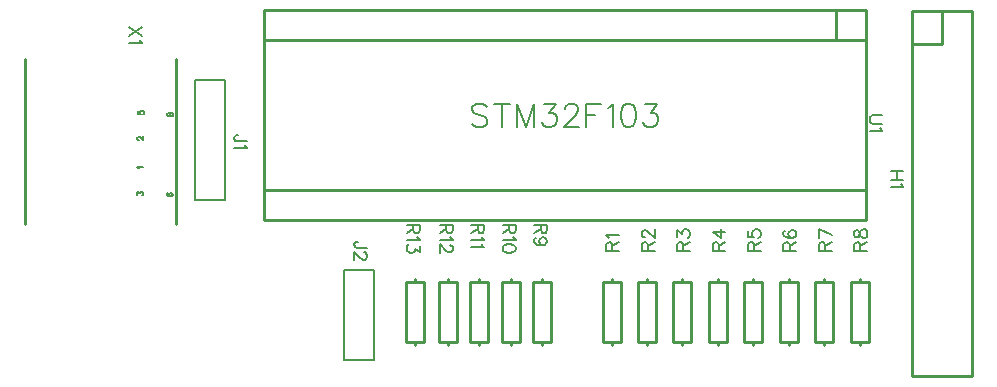
<source format=gto>
G04 Layer: TopSilkscreenLayer*
G04 EasyEDA v6.5.5, 2022-07-08 19:06:44*
G04 04dbce6b86ab4aa5bbd08ae1767c2fe9,0a780afeddf54f0185a1b1f5ac8a31da,10*
G04 Gerber Generator version 0.2*
G04 Scale: 100 percent, Rotated: No, Reflected: No *
G04 Dimensions in millimeters *
G04 leading zeros omitted , absolute positions ,4 integer and 5 decimal *
%FSLAX45Y45*%
%MOMM*%

%ADD10C,0.2540*%
%ADD23C,0.2032*%
%ADD24C,0.2030*%
%ADD25C,0.1524*%

%LPD*%
D25*
X724915Y-190500D02*
G01*
X615950Y-263144D01*
X724915Y-263144D02*
G01*
X615950Y-190500D01*
X704087Y-297434D02*
G01*
X709421Y-307847D01*
X724915Y-323595D01*
X615950Y-323595D01*
X695197Y-1386839D02*
G01*
X692912Y-1382268D01*
X686054Y-1375410D01*
X734568Y-1375410D01*
X697484Y-1145794D02*
G01*
X695197Y-1145794D01*
X690626Y-1143507D01*
X688339Y-1141221D01*
X686054Y-1136650D01*
X686054Y-1127252D01*
X688339Y-1122679D01*
X690626Y-1120394D01*
X695197Y-1118107D01*
X699770Y-1118107D01*
X704595Y-1120394D01*
X711454Y-1124965D01*
X734568Y-1148079D01*
X734568Y-1115821D01*
X686054Y-1610868D02*
G01*
X686054Y-1585468D01*
X704595Y-1599184D01*
X704595Y-1592326D01*
X706881Y-1587754D01*
X709168Y-1585468D01*
X716026Y-1583181D01*
X720597Y-1583181D01*
X727710Y-1585468D01*
X732281Y-1590039D01*
X734568Y-1596897D01*
X734568Y-1604010D01*
X732281Y-1610868D01*
X729995Y-1613154D01*
X725170Y-1615439D01*
X691134Y-901954D02*
G01*
X691134Y-925068D01*
X711962Y-927354D01*
X709676Y-925068D01*
X707389Y-918210D01*
X707389Y-911097D01*
X709676Y-904239D01*
X714247Y-899668D01*
X721105Y-897381D01*
X725678Y-897381D01*
X732789Y-899668D01*
X737362Y-904239D01*
X739647Y-911097D01*
X739647Y-918210D01*
X737362Y-925068D01*
X735076Y-927354D01*
X730250Y-929639D01*
X941831Y-1595373D02*
G01*
X937260Y-1597660D01*
X934973Y-1604518D01*
X934973Y-1609089D01*
X937260Y-1616202D01*
X944118Y-1620773D01*
X955802Y-1623060D01*
X967231Y-1623060D01*
X976629Y-1620773D01*
X981202Y-1616202D01*
X983487Y-1609089D01*
X983487Y-1606804D01*
X981202Y-1599945D01*
X976629Y-1595373D01*
X969518Y-1593087D01*
X967231Y-1593087D01*
X960373Y-1595373D01*
X955802Y-1599945D01*
X953515Y-1606804D01*
X953515Y-1609089D01*
X955802Y-1616202D01*
X960373Y-1620773D01*
X967231Y-1623060D01*
X940054Y-935989D02*
G01*
X942339Y-942847D01*
X946912Y-945134D01*
X951484Y-945134D01*
X956310Y-942847D01*
X958595Y-938276D01*
X960881Y-928878D01*
X963168Y-922020D01*
X967739Y-917447D01*
X972312Y-915162D01*
X979170Y-915162D01*
X983995Y-917447D01*
X986281Y-919734D01*
X988568Y-926592D01*
X988568Y-935989D01*
X986281Y-942847D01*
X983995Y-945134D01*
X979170Y-947420D01*
X972312Y-947420D01*
X967739Y-945134D01*
X963168Y-940562D01*
X960881Y-933450D01*
X958595Y-924305D01*
X956310Y-919734D01*
X951484Y-917447D01*
X946912Y-917447D01*
X942339Y-919734D01*
X940054Y-926592D01*
X940054Y-935989D01*
X7170800Y-1409905D02*
G01*
X7061834Y-1409905D01*
X7170800Y-1482549D02*
G01*
X7061834Y-1482549D01*
X7118984Y-1409905D02*
G01*
X7118984Y-1482549D01*
X7149972Y-1516839D02*
G01*
X7155306Y-1527253D01*
X7170800Y-1543001D01*
X7061834Y-1543001D01*
X2629915Y-2058670D02*
G01*
X2546858Y-2058670D01*
X2531109Y-2053336D01*
X2526029Y-2048255D01*
X2520950Y-2037842D01*
X2520950Y-2027428D01*
X2526029Y-2017013D01*
X2531109Y-2011679D01*
X2546858Y-2006600D01*
X2557272Y-2006600D01*
X2604008Y-2098039D02*
G01*
X2609088Y-2098039D01*
X2619502Y-2103120D01*
X2624836Y-2108454D01*
X2629915Y-2118868D01*
X2629915Y-2139695D01*
X2624836Y-2150110D01*
X2619502Y-2155189D01*
X2609088Y-2160270D01*
X2598674Y-2160270D01*
X2588259Y-2155189D01*
X2572765Y-2144776D01*
X2520950Y-2092960D01*
X2520950Y-2165604D01*
X4655388Y-2082800D02*
G01*
X4764354Y-2082800D01*
X4655388Y-2082800D02*
G01*
X4655388Y-2036063D01*
X4660468Y-2020570D01*
X4665802Y-2015236D01*
X4676216Y-2010155D01*
X4686630Y-2010155D01*
X4697044Y-2015236D01*
X4702124Y-2020570D01*
X4707204Y-2036063D01*
X4707204Y-2082800D01*
X4707204Y-2046478D02*
G01*
X4764354Y-2010155D01*
X4676216Y-1975865D02*
G01*
X4670882Y-1965452D01*
X4655388Y-1949704D01*
X4764354Y-1949704D01*
X4955387Y-2082800D02*
G01*
X5064353Y-2082800D01*
X4955387Y-2082800D02*
G01*
X4955387Y-2036063D01*
X4960467Y-2020570D01*
X4965801Y-2015236D01*
X4976215Y-2010155D01*
X4986629Y-2010155D01*
X4997043Y-2015236D01*
X5002123Y-2020570D01*
X5007203Y-2036063D01*
X5007203Y-2082800D01*
X5007203Y-2046478D02*
G01*
X5064353Y-2010155D01*
X4981295Y-1970531D02*
G01*
X4976215Y-1970531D01*
X4965801Y-1965452D01*
X4960467Y-1960118D01*
X4955387Y-1949704D01*
X4955387Y-1929129D01*
X4960467Y-1918715D01*
X4965801Y-1913381D01*
X4976215Y-1908302D01*
X4986629Y-1908302D01*
X4997043Y-1913381D01*
X5012537Y-1923795D01*
X5064353Y-1975865D01*
X5064353Y-1902968D01*
X5255386Y-2082800D02*
G01*
X5364352Y-2082800D01*
X5255386Y-2082800D02*
G01*
X5255386Y-2036063D01*
X5260466Y-2020570D01*
X5265800Y-2015236D01*
X5276215Y-2010155D01*
X5286629Y-2010155D01*
X5297043Y-2015236D01*
X5302122Y-2020570D01*
X5307202Y-2036063D01*
X5307202Y-2082800D01*
X5307202Y-2046478D02*
G01*
X5364352Y-2010155D01*
X5255386Y-1965452D02*
G01*
X5255386Y-1908302D01*
X5297043Y-1939289D01*
X5297043Y-1923795D01*
X5302122Y-1913381D01*
X5307202Y-1908302D01*
X5322950Y-1902968D01*
X5333365Y-1902968D01*
X5348859Y-1908302D01*
X5359272Y-1918715D01*
X5364352Y-1934210D01*
X5364352Y-1949704D01*
X5359272Y-1965452D01*
X5354193Y-1970531D01*
X5343779Y-1975865D01*
X5555386Y-2082800D02*
G01*
X5664352Y-2082800D01*
X5555386Y-2082800D02*
G01*
X5555386Y-2036063D01*
X5560466Y-2020570D01*
X5565800Y-2015236D01*
X5576214Y-2010155D01*
X5586628Y-2010155D01*
X5597042Y-2015236D01*
X5602122Y-2020570D01*
X5607202Y-2036063D01*
X5607202Y-2082800D01*
X5607202Y-2046478D02*
G01*
X5664352Y-2010155D01*
X5555386Y-1923795D02*
G01*
X5628030Y-1975865D01*
X5628030Y-1897887D01*
X5555386Y-1923795D02*
G01*
X5664352Y-1923795D01*
X5855385Y-2082800D02*
G01*
X5964351Y-2082800D01*
X5855385Y-2082800D02*
G01*
X5855385Y-2036063D01*
X5860465Y-2020570D01*
X5865799Y-2015236D01*
X5876213Y-2010155D01*
X5886627Y-2010155D01*
X5897041Y-2015236D01*
X5902121Y-2020570D01*
X5907201Y-2036063D01*
X5907201Y-2082800D01*
X5907201Y-2046478D02*
G01*
X5964351Y-2010155D01*
X5855385Y-1913381D02*
G01*
X5855385Y-1965452D01*
X5902121Y-1970531D01*
X5897041Y-1965452D01*
X5891707Y-1949704D01*
X5891707Y-1934210D01*
X5897041Y-1918715D01*
X5907201Y-1908302D01*
X5922949Y-1902968D01*
X5933363Y-1902968D01*
X5948857Y-1908302D01*
X5959271Y-1918715D01*
X5964351Y-1934210D01*
X5964351Y-1949704D01*
X5959271Y-1965452D01*
X5954191Y-1970531D01*
X5943777Y-1975865D01*
X6155385Y-2082800D02*
G01*
X6264351Y-2082800D01*
X6155385Y-2082800D02*
G01*
X6155385Y-2036063D01*
X6160465Y-2020570D01*
X6165799Y-2015236D01*
X6176213Y-2010155D01*
X6186627Y-2010155D01*
X6197041Y-2015236D01*
X6202121Y-2020570D01*
X6207201Y-2036063D01*
X6207201Y-2082800D01*
X6207201Y-2046478D02*
G01*
X6264351Y-2010155D01*
X6170879Y-1913381D02*
G01*
X6160465Y-1918715D01*
X6155385Y-1934210D01*
X6155385Y-1944623D01*
X6160465Y-1960118D01*
X6176213Y-1970531D01*
X6202121Y-1975865D01*
X6228029Y-1975865D01*
X6248857Y-1970531D01*
X6259271Y-1960118D01*
X6264351Y-1944623D01*
X6264351Y-1939289D01*
X6259271Y-1923795D01*
X6248857Y-1913381D01*
X6233363Y-1908302D01*
X6228029Y-1908302D01*
X6212535Y-1913381D01*
X6202121Y-1923795D01*
X6197041Y-1939289D01*
X6197041Y-1944623D01*
X6202121Y-1960118D01*
X6212535Y-1970531D01*
X6228029Y-1975865D01*
X6455384Y-2082800D02*
G01*
X6564350Y-2082800D01*
X6455384Y-2082800D02*
G01*
X6455384Y-2036063D01*
X6460464Y-2020570D01*
X6465798Y-2015236D01*
X6476212Y-2010155D01*
X6486626Y-2010155D01*
X6497040Y-2015236D01*
X6502120Y-2020570D01*
X6507200Y-2036063D01*
X6507200Y-2082800D01*
X6507200Y-2046478D02*
G01*
X6564350Y-2010155D01*
X6455384Y-1902968D02*
G01*
X6564350Y-1955037D01*
X6455384Y-1975865D02*
G01*
X6455384Y-1902968D01*
X6755384Y-2082800D02*
G01*
X6864350Y-2082800D01*
X6755384Y-2082800D02*
G01*
X6755384Y-2036063D01*
X6760463Y-2020570D01*
X6765797Y-2015236D01*
X6776211Y-2010155D01*
X6786625Y-2010155D01*
X6797040Y-2015236D01*
X6802120Y-2020570D01*
X6807200Y-2036063D01*
X6807200Y-2082800D01*
X6807200Y-2046478D02*
G01*
X6864350Y-2010155D01*
X6755384Y-1949704D02*
G01*
X6760463Y-1965452D01*
X6770877Y-1970531D01*
X6781291Y-1970531D01*
X6791706Y-1965452D01*
X6797040Y-1955037D01*
X6802120Y-1934210D01*
X6807200Y-1918715D01*
X6817613Y-1908302D01*
X6828027Y-1902968D01*
X6843775Y-1902968D01*
X6854190Y-1908302D01*
X6859270Y-1913381D01*
X6864350Y-1929129D01*
X6864350Y-1949704D01*
X6859270Y-1965452D01*
X6854190Y-1970531D01*
X6843775Y-1975865D01*
X6828027Y-1975865D01*
X6817613Y-1970531D01*
X6807200Y-1960118D01*
X6802120Y-1944623D01*
X6797040Y-1923795D01*
X6791706Y-1913381D01*
X6781291Y-1908302D01*
X6770877Y-1908302D01*
X6760463Y-1913381D01*
X6755384Y-1929129D01*
X6755384Y-1949704D01*
X4153915Y-1863394D02*
G01*
X4044950Y-1863394D01*
X4153915Y-1863394D02*
G01*
X4153915Y-1910130D01*
X4148836Y-1925624D01*
X4143502Y-1930958D01*
X4133088Y-1936038D01*
X4122674Y-1936038D01*
X4112259Y-1930958D01*
X4107179Y-1925624D01*
X4102100Y-1910130D01*
X4102100Y-1863394D01*
X4102100Y-1899716D02*
G01*
X4044950Y-1936038D01*
X4117593Y-2037892D02*
G01*
X4102100Y-2032812D01*
X4091686Y-2022398D01*
X4086352Y-2006904D01*
X4086352Y-2001570D01*
X4091686Y-1986076D01*
X4102100Y-1975662D01*
X4117593Y-1970328D01*
X4122674Y-1970328D01*
X4138422Y-1975662D01*
X4148836Y-1986076D01*
X4153915Y-2001570D01*
X4153915Y-2006904D01*
X4148836Y-2022398D01*
X4138422Y-2032812D01*
X4117593Y-2037892D01*
X4091686Y-2037892D01*
X4065524Y-2032812D01*
X4050029Y-2022398D01*
X4044950Y-2006904D01*
X4044950Y-1996490D01*
X4050029Y-1980742D01*
X4060443Y-1975662D01*
X3887215Y-1863394D02*
G01*
X3778250Y-1863394D01*
X3887215Y-1863394D02*
G01*
X3887215Y-1910130D01*
X3882136Y-1925624D01*
X3876802Y-1930958D01*
X3866388Y-1936038D01*
X3855974Y-1936038D01*
X3845559Y-1930958D01*
X3840479Y-1925624D01*
X3835400Y-1910130D01*
X3835400Y-1863394D01*
X3835400Y-1899716D02*
G01*
X3778250Y-1936038D01*
X3866388Y-1970328D02*
G01*
X3871722Y-1980742D01*
X3887215Y-1996490D01*
X3778250Y-1996490D01*
X3887215Y-2061768D02*
G01*
X3882136Y-2046274D01*
X3866388Y-2035860D01*
X3840479Y-2030780D01*
X3824986Y-2030780D01*
X3798824Y-2035860D01*
X3783329Y-2046274D01*
X3778250Y-2061768D01*
X3778250Y-2072182D01*
X3783329Y-2087930D01*
X3798824Y-2098344D01*
X3824986Y-2103424D01*
X3840479Y-2103424D01*
X3866388Y-2098344D01*
X3882136Y-2087930D01*
X3887215Y-2072182D01*
X3887215Y-2061768D01*
X3620515Y-1863394D02*
G01*
X3511550Y-1863394D01*
X3620515Y-1863394D02*
G01*
X3620515Y-1910130D01*
X3615436Y-1925624D01*
X3610102Y-1930958D01*
X3599688Y-1936038D01*
X3589274Y-1936038D01*
X3578859Y-1930958D01*
X3573779Y-1925624D01*
X3568700Y-1910130D01*
X3568700Y-1863394D01*
X3568700Y-1899716D02*
G01*
X3511550Y-1936038D01*
X3599688Y-1970328D02*
G01*
X3605022Y-1980742D01*
X3620515Y-1996490D01*
X3511550Y-1996490D01*
X3599688Y-2030780D02*
G01*
X3605022Y-2041194D01*
X3620515Y-2056688D01*
X3511550Y-2056688D01*
X3353815Y-1863394D02*
G01*
X3244850Y-1863394D01*
X3353815Y-1863394D02*
G01*
X3353815Y-1910130D01*
X3348736Y-1925624D01*
X3343402Y-1930958D01*
X3332988Y-1936038D01*
X3322574Y-1936038D01*
X3312159Y-1930958D01*
X3307079Y-1925624D01*
X3302000Y-1910130D01*
X3302000Y-1863394D01*
X3302000Y-1899716D02*
G01*
X3244850Y-1936038D01*
X3332988Y-1970328D02*
G01*
X3338322Y-1980742D01*
X3353815Y-1996490D01*
X3244850Y-1996490D01*
X3327908Y-2035860D02*
G01*
X3332988Y-2035860D01*
X3343402Y-2041194D01*
X3348736Y-2046274D01*
X3353815Y-2056688D01*
X3353815Y-2077516D01*
X3348736Y-2087930D01*
X3343402Y-2093010D01*
X3332988Y-2098344D01*
X3322574Y-2098344D01*
X3312159Y-2093010D01*
X3296665Y-2082596D01*
X3244850Y-2030780D01*
X3244850Y-2103424D01*
X3074415Y-1863394D02*
G01*
X2965450Y-1863394D01*
X3074415Y-1863394D02*
G01*
X3074415Y-1910130D01*
X3069336Y-1925624D01*
X3064002Y-1930958D01*
X3053588Y-1936038D01*
X3043174Y-1936038D01*
X3032759Y-1930958D01*
X3027679Y-1925624D01*
X3022600Y-1910130D01*
X3022600Y-1863394D01*
X3022600Y-1899716D02*
G01*
X2965450Y-1936038D01*
X3053588Y-1970328D02*
G01*
X3058922Y-1980742D01*
X3074415Y-1996490D01*
X2965450Y-1996490D01*
X3074415Y-2041194D02*
G01*
X3074415Y-2098344D01*
X3032759Y-2067102D01*
X3032759Y-2082596D01*
X3027679Y-2093010D01*
X3022600Y-2098344D01*
X3006852Y-2103424D01*
X2996438Y-2103424D01*
X2980943Y-2098344D01*
X2970529Y-2087930D01*
X2965450Y-2072182D01*
X2965450Y-2056688D01*
X2970529Y-2041194D01*
X2975609Y-2035860D01*
X2986024Y-2030780D01*
X6993712Y-937996D02*
G01*
X6915734Y-937996D01*
X6900240Y-943076D01*
X6889826Y-953490D01*
X6884746Y-969238D01*
X6884746Y-979652D01*
X6889826Y-995146D01*
X6900240Y-1005560D01*
X6915734Y-1010640D01*
X6993712Y-1010640D01*
X6972884Y-1044930D02*
G01*
X6978218Y-1055344D01*
X6993712Y-1071092D01*
X6884746Y-1071092D01*
D23*
X3647132Y-868781D02*
G01*
X3628590Y-850239D01*
X3600904Y-841095D01*
X3564074Y-841095D01*
X3536388Y-850239D01*
X3517846Y-868781D01*
X3517846Y-887323D01*
X3526990Y-905611D01*
X3536388Y-915009D01*
X3554676Y-924153D01*
X3610302Y-942695D01*
X3628590Y-951839D01*
X3637988Y-960983D01*
X3647132Y-979525D01*
X3647132Y-1007211D01*
X3628590Y-1025753D01*
X3600904Y-1034897D01*
X3564074Y-1034897D01*
X3536388Y-1025753D01*
X3517846Y-1007211D01*
X3772862Y-841095D02*
G01*
X3772862Y-1034897D01*
X3708092Y-841095D02*
G01*
X3837378Y-841095D01*
X3898338Y-841095D02*
G01*
X3898338Y-1034897D01*
X3898338Y-841095D02*
G01*
X3972252Y-1034897D01*
X4046166Y-841095D02*
G01*
X3972252Y-1034897D01*
X4046166Y-841095D02*
G01*
X4046166Y-1034897D01*
X4125668Y-841095D02*
G01*
X4227268Y-841095D01*
X4171896Y-915009D01*
X4199582Y-915009D01*
X4217870Y-924153D01*
X4227268Y-933297D01*
X4236412Y-960983D01*
X4236412Y-979525D01*
X4227268Y-1007211D01*
X4208726Y-1025753D01*
X4181040Y-1034897D01*
X4153354Y-1034897D01*
X4125668Y-1025753D01*
X4116270Y-1016609D01*
X4107126Y-998067D01*
X4306516Y-887323D02*
G01*
X4306516Y-877925D01*
X4315914Y-859383D01*
X4325058Y-850239D01*
X4343600Y-841095D01*
X4380430Y-841095D01*
X4398972Y-850239D01*
X4408116Y-859383D01*
X4417514Y-877925D01*
X4417514Y-896467D01*
X4408116Y-915009D01*
X4389828Y-942695D01*
X4297372Y-1034897D01*
X4426658Y-1034897D01*
X4487618Y-841095D02*
G01*
X4487618Y-1034897D01*
X4487618Y-841095D02*
G01*
X4607760Y-841095D01*
X4487618Y-933297D02*
G01*
X4561532Y-933297D01*
X4668720Y-877925D02*
G01*
X4687262Y-868781D01*
X4714948Y-841095D01*
X4714948Y-1034897D01*
X4831280Y-841095D02*
G01*
X4803594Y-850239D01*
X4785052Y-877925D01*
X4775908Y-924153D01*
X4775908Y-951839D01*
X4785052Y-998067D01*
X4803594Y-1025753D01*
X4831280Y-1034897D01*
X4849822Y-1034897D01*
X4877508Y-1025753D01*
X4895796Y-998067D01*
X4905194Y-951839D01*
X4905194Y-924153D01*
X4895796Y-877925D01*
X4877508Y-850239D01*
X4849822Y-841095D01*
X4831280Y-841095D01*
X4984696Y-841095D02*
G01*
X5086296Y-841095D01*
X5030670Y-915009D01*
X5058356Y-915009D01*
X5076898Y-924153D01*
X5086296Y-933297D01*
X5095440Y-960983D01*
X5095440Y-979525D01*
X5086296Y-1007211D01*
X5067754Y-1025753D01*
X5040068Y-1034897D01*
X5012382Y-1034897D01*
X4984696Y-1025753D01*
X4975298Y-1016609D01*
X4966154Y-998067D01*
D25*
X1613814Y-1156944D02*
G01*
X1530756Y-1156944D01*
X1515262Y-1151610D01*
X1509928Y-1146530D01*
X1504848Y-1136116D01*
X1504848Y-1125702D01*
X1509928Y-1115288D01*
X1515262Y-1110208D01*
X1530756Y-1104874D01*
X1541170Y-1104874D01*
X1593240Y-1191234D02*
G01*
X1598320Y-1201648D01*
X1613814Y-1217142D01*
X1504848Y-1217142D01*
D10*
X-264160Y-457200D02*
G01*
X-264160Y-1859279D01*
X1016000Y-1859279D02*
G01*
X1010920Y-457200D01*
X7753984Y-53200D02*
G01*
X7753984Y-3147199D01*
X7500691Y-53200D02*
G01*
X7500691Y-330200D01*
X7245984Y-330200D01*
X7245984Y-53200D02*
G01*
X7245984Y-3147199D01*
X7753984Y-53200D02*
G01*
X7245984Y-53200D01*
X7753984Y-3147199D02*
G01*
X7245984Y-3147199D01*
D23*
X2692400Y-2438400D02*
G01*
X2692400Y-2247900D01*
X2438400Y-2247900D01*
X2438400Y-3009900D01*
X2692400Y-3009900D01*
D24*
X2692400Y-3009900D02*
G01*
X2692400Y-2438400D01*
D10*
X4699990Y-2853994D02*
G01*
X4699990Y-2879394D01*
X4699990Y-2345994D02*
G01*
X4699990Y-2320594D01*
X4699990Y-2853994D02*
G01*
X4623790Y-2853994D01*
X4776190Y-2853994D02*
G01*
X4699990Y-2853994D01*
X4776190Y-2345994D02*
G01*
X4776190Y-2853994D01*
X4699990Y-2345994D02*
G01*
X4776190Y-2345994D01*
X4623790Y-2345994D02*
G01*
X4699990Y-2345994D01*
X4623790Y-2853994D02*
G01*
X4623790Y-2345994D01*
X4999990Y-2853994D02*
G01*
X4999990Y-2879394D01*
X4999990Y-2345994D02*
G01*
X4999990Y-2320594D01*
X4999990Y-2853994D02*
G01*
X4923790Y-2853994D01*
X5076190Y-2853994D02*
G01*
X4999990Y-2853994D01*
X5076190Y-2345994D02*
G01*
X5076190Y-2853994D01*
X4999990Y-2345994D02*
G01*
X5076190Y-2345994D01*
X4923790Y-2345994D02*
G01*
X4999990Y-2345994D01*
X4923790Y-2853994D02*
G01*
X4923790Y-2345994D01*
X5299989Y-2853994D02*
G01*
X5299989Y-2879394D01*
X5299989Y-2345994D02*
G01*
X5299989Y-2320594D01*
X5299989Y-2853994D02*
G01*
X5223789Y-2853994D01*
X5376189Y-2853994D02*
G01*
X5299989Y-2853994D01*
X5376189Y-2345994D02*
G01*
X5376189Y-2853994D01*
X5299989Y-2345994D02*
G01*
X5376189Y-2345994D01*
X5223789Y-2345994D02*
G01*
X5299989Y-2345994D01*
X5223789Y-2853994D02*
G01*
X5223789Y-2345994D01*
X5599988Y-2853994D02*
G01*
X5599988Y-2879394D01*
X5599988Y-2345994D02*
G01*
X5599988Y-2320594D01*
X5599988Y-2853994D02*
G01*
X5523788Y-2853994D01*
X5676188Y-2853994D02*
G01*
X5599988Y-2853994D01*
X5676188Y-2345994D02*
G01*
X5676188Y-2853994D01*
X5599988Y-2345994D02*
G01*
X5676188Y-2345994D01*
X5523788Y-2345994D02*
G01*
X5599988Y-2345994D01*
X5523788Y-2853994D02*
G01*
X5523788Y-2345994D01*
X5899988Y-2853994D02*
G01*
X5899988Y-2879394D01*
X5899988Y-2345994D02*
G01*
X5899988Y-2320594D01*
X5899988Y-2853994D02*
G01*
X5823788Y-2853994D01*
X5976188Y-2853994D02*
G01*
X5899988Y-2853994D01*
X5976188Y-2345994D02*
G01*
X5976188Y-2853994D01*
X5899988Y-2345994D02*
G01*
X5976188Y-2345994D01*
X5823788Y-2345994D02*
G01*
X5899988Y-2345994D01*
X5823788Y-2853994D02*
G01*
X5823788Y-2345994D01*
X6199987Y-2853994D02*
G01*
X6199987Y-2879394D01*
X6199987Y-2345994D02*
G01*
X6199987Y-2320594D01*
X6199987Y-2853994D02*
G01*
X6123787Y-2853994D01*
X6276187Y-2853994D02*
G01*
X6199987Y-2853994D01*
X6276187Y-2345994D02*
G01*
X6276187Y-2853994D01*
X6199987Y-2345994D02*
G01*
X6276187Y-2345994D01*
X6123787Y-2345994D02*
G01*
X6199987Y-2345994D01*
X6123787Y-2853994D02*
G01*
X6123787Y-2345994D01*
X6499986Y-2853994D02*
G01*
X6499986Y-2879394D01*
X6499986Y-2345994D02*
G01*
X6499986Y-2320594D01*
X6499986Y-2853994D02*
G01*
X6423786Y-2853994D01*
X6576186Y-2853994D02*
G01*
X6499986Y-2853994D01*
X6576186Y-2345994D02*
G01*
X6576186Y-2853994D01*
X6499986Y-2345994D02*
G01*
X6576186Y-2345994D01*
X6423786Y-2345994D02*
G01*
X6499986Y-2345994D01*
X6423786Y-2853994D02*
G01*
X6423786Y-2345994D01*
X6799986Y-2853994D02*
G01*
X6799986Y-2879394D01*
X6799986Y-2345994D02*
G01*
X6799986Y-2320594D01*
X6799986Y-2853994D02*
G01*
X6723786Y-2853994D01*
X6876186Y-2853994D02*
G01*
X6799986Y-2853994D01*
X6876186Y-2345994D02*
G01*
X6876186Y-2853994D01*
X6799986Y-2345994D02*
G01*
X6876186Y-2345994D01*
X6723786Y-2345994D02*
G01*
X6799986Y-2345994D01*
X6723786Y-2853994D02*
G01*
X6723786Y-2345994D01*
X4114800Y-2345994D02*
G01*
X4114800Y-2320594D01*
X4114800Y-2853994D02*
G01*
X4114800Y-2879394D01*
X4114800Y-2345994D02*
G01*
X4191000Y-2345994D01*
X4038600Y-2345994D02*
G01*
X4114800Y-2345994D01*
X4038600Y-2853994D02*
G01*
X4038600Y-2345994D01*
X4114800Y-2853994D02*
G01*
X4038600Y-2853994D01*
X4191000Y-2853994D02*
G01*
X4114800Y-2853994D01*
X4191000Y-2345994D02*
G01*
X4191000Y-2853994D01*
X3848100Y-2345994D02*
G01*
X3848100Y-2320594D01*
X3848100Y-2853994D02*
G01*
X3848100Y-2879394D01*
X3848100Y-2345994D02*
G01*
X3924300Y-2345994D01*
X3771900Y-2345994D02*
G01*
X3848100Y-2345994D01*
X3771900Y-2853994D02*
G01*
X3771900Y-2345994D01*
X3848100Y-2853994D02*
G01*
X3771900Y-2853994D01*
X3924300Y-2853994D02*
G01*
X3848100Y-2853994D01*
X3924300Y-2345994D02*
G01*
X3924300Y-2853994D01*
X3581400Y-2345994D02*
G01*
X3581400Y-2320594D01*
X3581400Y-2853994D02*
G01*
X3581400Y-2879394D01*
X3581400Y-2345994D02*
G01*
X3657600Y-2345994D01*
X3505200Y-2345994D02*
G01*
X3581400Y-2345994D01*
X3505200Y-2853994D02*
G01*
X3505200Y-2345994D01*
X3581400Y-2853994D02*
G01*
X3505200Y-2853994D01*
X3657600Y-2853994D02*
G01*
X3581400Y-2853994D01*
X3657600Y-2345994D02*
G01*
X3657600Y-2853994D01*
X3314700Y-2345994D02*
G01*
X3314700Y-2320594D01*
X3314700Y-2853994D02*
G01*
X3314700Y-2879394D01*
X3314700Y-2345994D02*
G01*
X3390900Y-2345994D01*
X3238500Y-2345994D02*
G01*
X3314700Y-2345994D01*
X3238500Y-2853994D02*
G01*
X3238500Y-2345994D01*
X3314700Y-2853994D02*
G01*
X3238500Y-2853994D01*
X3390900Y-2853994D02*
G01*
X3314700Y-2853994D01*
X3390900Y-2345994D02*
G01*
X3390900Y-2853994D01*
X3035300Y-2345994D02*
G01*
X3035300Y-2320594D01*
X3035300Y-2853994D02*
G01*
X3035300Y-2879394D01*
X3035300Y-2345994D02*
G01*
X3111500Y-2345994D01*
X2959100Y-2345994D02*
G01*
X3035300Y-2345994D01*
X2959100Y-2853994D02*
G01*
X2959100Y-2345994D01*
X3035300Y-2853994D02*
G01*
X2959100Y-2853994D01*
X3111500Y-2853994D02*
G01*
X3035300Y-2853994D01*
X3111500Y-2345994D02*
G01*
X3111500Y-2853994D01*
X6852996Y-48996D02*
G01*
X6852996Y-302996D01*
X1760296Y-302996D01*
X1760296Y-48996D01*
X6852996Y-48996D01*
X6852996Y-1572996D02*
G01*
X6852996Y-1826996D01*
X1760296Y-1826996D01*
X1760296Y-1572996D01*
X6852996Y-1572996D01*
X6852996Y-48996D02*
G01*
X6852996Y-1826996D01*
X1760296Y-1826996D01*
X1760296Y-48996D01*
X6852996Y-48996D01*
X6852996Y-48996D02*
G01*
X6852996Y-302996D01*
X6598996Y-302996D01*
X6598996Y-48996D01*
X6852996Y-48996D01*
D23*
X1426971Y-1658112D02*
G01*
X1172971Y-1658112D01*
X1172971Y-642112D01*
X1426971Y-642112D01*
X1426971Y-832612D01*
D24*
X1426971Y-1658112D02*
G01*
X1426971Y-832612D01*
M02*

</source>
